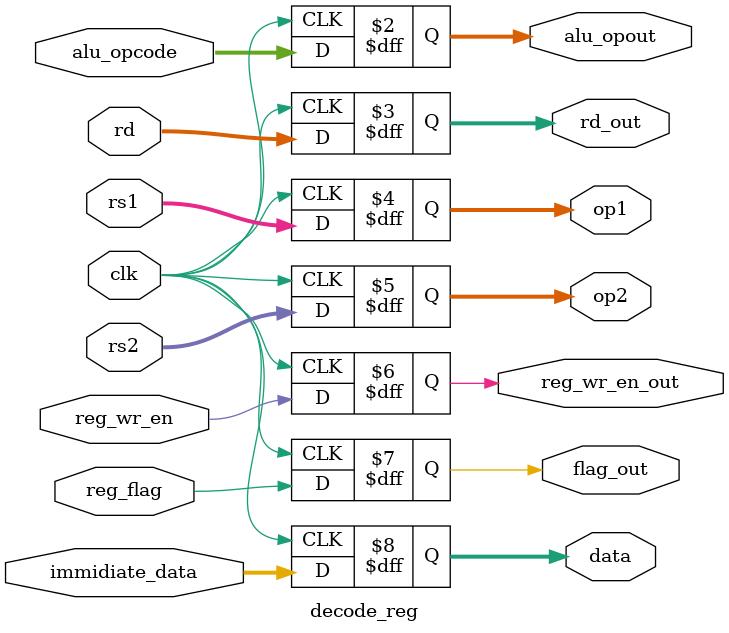
<source format=sv>
module decode_reg(
  input clk,
  input [3:0]alu_opcode,
  input reg_flag,
  input [4:0]rd,
  input [31:0]rs1,
  input [31:0]rs2,
  input [31:0]immidiate_data,
  input reg_wr_en,
  output reg [3:0]alu_opout,
  output reg [4:0]rd_out,
  output  reg [31:0]op1,
  output reg [31:0]op2,
  output reg  reg_wr_en_out,
  output reg flag_out,
  output reg [31:0]data
  );
  always@(posedge clk)
  begin
    alu_opout <= alu_opcode;
    rd_out <= rd;
    op1 <= rs1;
    op2 <= rs2;
    reg_wr_en_out <= reg_wr_en;
    flag_out <= reg_flag;
  data <= immidiate_data;
  end
endmodule

</source>
